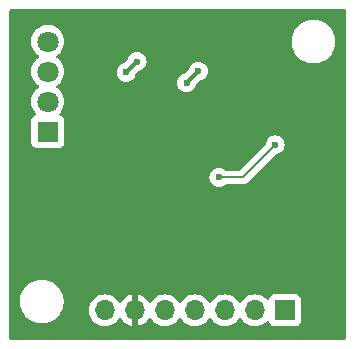
<source format=gbr>
%TF.GenerationSoftware,KiCad,Pcbnew,8.0.4*%
%TF.CreationDate,2024-10-25T14:16:06-05:00*%
%TF.ProjectId,weather-station-rtd,77656174-6865-4722-9d73-746174696f6e,rev?*%
%TF.SameCoordinates,Original*%
%TF.FileFunction,Copper,L2,Bot*%
%TF.FilePolarity,Positive*%
%FSLAX46Y46*%
G04 Gerber Fmt 4.6, Leading zero omitted, Abs format (unit mm)*
G04 Created by KiCad (PCBNEW 8.0.4) date 2024-10-25 14:16:06*
%MOMM*%
%LPD*%
G01*
G04 APERTURE LIST*
%TA.AperFunction,ComponentPad*%
%ADD10R,1.800000X1.800000*%
%TD*%
%TA.AperFunction,ComponentPad*%
%ADD11C,1.800000*%
%TD*%
%TA.AperFunction,ComponentPad*%
%ADD12R,1.700000X1.700000*%
%TD*%
%TA.AperFunction,ComponentPad*%
%ADD13O,1.700000X1.700000*%
%TD*%
%TA.AperFunction,ViaPad*%
%ADD14C,0.600000*%
%TD*%
%TA.AperFunction,Conductor*%
%ADD15C,0.300000*%
%TD*%
%TA.AperFunction,Conductor*%
%ADD16C,0.150000*%
%TD*%
G04 APERTURE END LIST*
D10*
%TO.P,J2,1,1*%
%TO.N,/FORCE-*%
X150500000Y-97870000D03*
D11*
%TO.P,J2,2,2*%
%TO.N,/RTDIN-*%
X150500000Y-95330000D03*
%TO.P,J2,3,3*%
%TO.N,/FORCE+*%
X150500000Y-92790000D03*
%TO.P,J2,4,4*%
%TO.N,/RTDIN+*%
X150500000Y-90250000D03*
%TD*%
D12*
%TO.P,J1,1,Pin_1*%
%TO.N,/IN_SDO*%
X170580000Y-113000000D03*
D13*
%TO.P,J1,2,Pin_2*%
%TO.N,/IN_CS*%
X168040000Y-113000000D03*
%TO.P,J1,3,Pin_3*%
%TO.N,/IN_SCLK*%
X165500000Y-113000000D03*
%TO.P,J1,4,Pin_4*%
%TO.N,/IN_SDI*%
X162960000Y-113000000D03*
%TO.P,J1,5,Pin_5*%
%TO.N,/IN_DRDY*%
X160420000Y-113000000D03*
%TO.P,J1,6,Pin_6*%
%TO.N,GND*%
X157880000Y-113000000D03*
%TO.P,J1,7,Pin_7*%
%TO.N,VIN*%
X155340000Y-113000000D03*
%TD*%
D14*
%TO.N,GND*%
X158750000Y-109750000D03*
X171500000Y-102000000D03*
X162750000Y-98000000D03*
X169925000Y-97750000D03*
X163250000Y-109250000D03*
X153500000Y-108000000D03*
X167500000Y-99750000D03*
X158250000Y-103000000D03*
X165000000Y-89000000D03*
X173250000Y-108500000D03*
%TO.N,/FORCE+*%
X157140380Y-92859620D03*
X158059620Y-91940380D03*
%TO.N,/FORCE2*%
X163250000Y-92750000D03*
X162250000Y-93750000D03*
%TO.N,/IC_DRDY*%
X165000000Y-101750000D03*
X169750000Y-99000000D03*
%TD*%
D15*
%TO.N,/FORCE+*%
X157140380Y-92859620D02*
X158059620Y-91940380D01*
%TO.N,/FORCE2*%
X162250000Y-93750000D02*
X163250000Y-92750000D01*
D16*
%TO.N,/IC_DRDY*%
X167000000Y-101750000D02*
X169750000Y-99000000D01*
X165000000Y-101750000D02*
X167000000Y-101750000D01*
%TD*%
%TA.AperFunction,Conductor*%
%TO.N,GND*%
G36*
X175693039Y-87519685D02*
G01*
X175738794Y-87572489D01*
X175750000Y-87624000D01*
X175750000Y-115350407D01*
X175730315Y-115417446D01*
X175677511Y-115463201D01*
X175666953Y-115467449D01*
X175624332Y-115482362D01*
X175597264Y-115488540D01*
X175517075Y-115497576D01*
X175506921Y-115498720D01*
X175493038Y-115499500D01*
X147506962Y-115499500D01*
X147493078Y-115498720D01*
X147480553Y-115497308D01*
X147402735Y-115488540D01*
X147375666Y-115482362D01*
X147333046Y-115467449D01*
X147276270Y-115426728D01*
X147250522Y-115361775D01*
X147250000Y-115350407D01*
X147250000Y-112128711D01*
X148149500Y-112128711D01*
X148149500Y-112371288D01*
X148181161Y-112611785D01*
X148243947Y-112846104D01*
X148280427Y-112934174D01*
X148336776Y-113070212D01*
X148458064Y-113280289D01*
X148458066Y-113280292D01*
X148458067Y-113280293D01*
X148605733Y-113472736D01*
X148605739Y-113472743D01*
X148777256Y-113644260D01*
X148777263Y-113644266D01*
X148805731Y-113666110D01*
X148969711Y-113791936D01*
X149179788Y-113913224D01*
X149403900Y-114006054D01*
X149638211Y-114068838D01*
X149816638Y-114092328D01*
X149878711Y-114100500D01*
X149878712Y-114100500D01*
X150121289Y-114100500D01*
X150183339Y-114092331D01*
X150361789Y-114068838D01*
X150596100Y-114006054D01*
X150820212Y-113913224D01*
X151030289Y-113791936D01*
X151222738Y-113644265D01*
X151394265Y-113472738D01*
X151541936Y-113280289D01*
X151663224Y-113070212D01*
X151692307Y-112999999D01*
X153984341Y-112999999D01*
X153984341Y-113000000D01*
X154004936Y-113235403D01*
X154004938Y-113235413D01*
X154066094Y-113463655D01*
X154066096Y-113463659D01*
X154066097Y-113463663D01*
X154145801Y-113634588D01*
X154165965Y-113677830D01*
X154165967Y-113677834D01*
X154245860Y-113791932D01*
X154301505Y-113871401D01*
X154468599Y-114038495D01*
X154557151Y-114100500D01*
X154662165Y-114174032D01*
X154662167Y-114174033D01*
X154662170Y-114174035D01*
X154876337Y-114273903D01*
X155104592Y-114335063D01*
X155281034Y-114350500D01*
X155339999Y-114355659D01*
X155340000Y-114355659D01*
X155340001Y-114355659D01*
X155398966Y-114350500D01*
X155575408Y-114335063D01*
X155803663Y-114273903D01*
X156017830Y-114174035D01*
X156211401Y-114038495D01*
X156378495Y-113871401D01*
X156508730Y-113685405D01*
X156563307Y-113641781D01*
X156632805Y-113634587D01*
X156695160Y-113666110D01*
X156711879Y-113685405D01*
X156841890Y-113871078D01*
X157008917Y-114038105D01*
X157202421Y-114173600D01*
X157416507Y-114273429D01*
X157416516Y-114273433D01*
X157630000Y-114330634D01*
X157630000Y-113433012D01*
X157687007Y-113465925D01*
X157814174Y-113500000D01*
X157945826Y-113500000D01*
X158072993Y-113465925D01*
X158130000Y-113433012D01*
X158130000Y-114330633D01*
X158343483Y-114273433D01*
X158343492Y-114273429D01*
X158557578Y-114173600D01*
X158751082Y-114038105D01*
X158918105Y-113871082D01*
X159048119Y-113685405D01*
X159102696Y-113641781D01*
X159172195Y-113634588D01*
X159234549Y-113666110D01*
X159251269Y-113685405D01*
X159381505Y-113871401D01*
X159548599Y-114038495D01*
X159637151Y-114100500D01*
X159742165Y-114174032D01*
X159742167Y-114174033D01*
X159742170Y-114174035D01*
X159956337Y-114273903D01*
X160184592Y-114335063D01*
X160361034Y-114350500D01*
X160419999Y-114355659D01*
X160420000Y-114355659D01*
X160420001Y-114355659D01*
X160478966Y-114350500D01*
X160655408Y-114335063D01*
X160883663Y-114273903D01*
X161097830Y-114174035D01*
X161291401Y-114038495D01*
X161458495Y-113871401D01*
X161588425Y-113685842D01*
X161643002Y-113642217D01*
X161712500Y-113635023D01*
X161774855Y-113666546D01*
X161791575Y-113685842D01*
X161921500Y-113871395D01*
X161921505Y-113871401D01*
X162088599Y-114038495D01*
X162177151Y-114100500D01*
X162282165Y-114174032D01*
X162282167Y-114174033D01*
X162282170Y-114174035D01*
X162496337Y-114273903D01*
X162724592Y-114335063D01*
X162901034Y-114350500D01*
X162959999Y-114355659D01*
X162960000Y-114355659D01*
X162960001Y-114355659D01*
X163018966Y-114350500D01*
X163195408Y-114335063D01*
X163423663Y-114273903D01*
X163637830Y-114174035D01*
X163831401Y-114038495D01*
X163998495Y-113871401D01*
X164128425Y-113685842D01*
X164183002Y-113642217D01*
X164252500Y-113635023D01*
X164314855Y-113666546D01*
X164331575Y-113685842D01*
X164461500Y-113871395D01*
X164461505Y-113871401D01*
X164628599Y-114038495D01*
X164717151Y-114100500D01*
X164822165Y-114174032D01*
X164822167Y-114174033D01*
X164822170Y-114174035D01*
X165036337Y-114273903D01*
X165264592Y-114335063D01*
X165441034Y-114350500D01*
X165499999Y-114355659D01*
X165500000Y-114355659D01*
X165500001Y-114355659D01*
X165558966Y-114350500D01*
X165735408Y-114335063D01*
X165963663Y-114273903D01*
X166177830Y-114174035D01*
X166371401Y-114038495D01*
X166538495Y-113871401D01*
X166668425Y-113685842D01*
X166723002Y-113642217D01*
X166792500Y-113635023D01*
X166854855Y-113666546D01*
X166871575Y-113685842D01*
X167001500Y-113871395D01*
X167001505Y-113871401D01*
X167168599Y-114038495D01*
X167257151Y-114100500D01*
X167362165Y-114174032D01*
X167362167Y-114174033D01*
X167362170Y-114174035D01*
X167576337Y-114273903D01*
X167804592Y-114335063D01*
X167981034Y-114350500D01*
X168039999Y-114355659D01*
X168040000Y-114355659D01*
X168040001Y-114355659D01*
X168098966Y-114350500D01*
X168275408Y-114335063D01*
X168503663Y-114273903D01*
X168717830Y-114174035D01*
X168911401Y-114038495D01*
X169033329Y-113916566D01*
X169094648Y-113883084D01*
X169164340Y-113888068D01*
X169220274Y-113929939D01*
X169237189Y-113960917D01*
X169286202Y-114092328D01*
X169286206Y-114092335D01*
X169372452Y-114207544D01*
X169372455Y-114207547D01*
X169487664Y-114293793D01*
X169487671Y-114293797D01*
X169622517Y-114344091D01*
X169622516Y-114344091D01*
X169629444Y-114344835D01*
X169682127Y-114350500D01*
X171477872Y-114350499D01*
X171537483Y-114344091D01*
X171672331Y-114293796D01*
X171787546Y-114207546D01*
X171873796Y-114092331D01*
X171924091Y-113957483D01*
X171930500Y-113897873D01*
X171930499Y-112102128D01*
X171924091Y-112042517D01*
X171922810Y-112039083D01*
X171873797Y-111907671D01*
X171873793Y-111907664D01*
X171787547Y-111792455D01*
X171787544Y-111792452D01*
X171672335Y-111706206D01*
X171672328Y-111706202D01*
X171537482Y-111655908D01*
X171537483Y-111655908D01*
X171477883Y-111649501D01*
X171477881Y-111649500D01*
X171477873Y-111649500D01*
X171477864Y-111649500D01*
X169682129Y-111649500D01*
X169682123Y-111649501D01*
X169622516Y-111655908D01*
X169487671Y-111706202D01*
X169487664Y-111706206D01*
X169372455Y-111792452D01*
X169372452Y-111792455D01*
X169286206Y-111907664D01*
X169286203Y-111907669D01*
X169237189Y-112039083D01*
X169195317Y-112095016D01*
X169129853Y-112119433D01*
X169061580Y-112104581D01*
X169033326Y-112083430D01*
X168911402Y-111961506D01*
X168911395Y-111961501D01*
X168717834Y-111825967D01*
X168717830Y-111825965D01*
X168717828Y-111825964D01*
X168503663Y-111726097D01*
X168503659Y-111726096D01*
X168503655Y-111726094D01*
X168275413Y-111664938D01*
X168275403Y-111664936D01*
X168040001Y-111644341D01*
X168039999Y-111644341D01*
X167804596Y-111664936D01*
X167804586Y-111664938D01*
X167576344Y-111726094D01*
X167576335Y-111726098D01*
X167362171Y-111825964D01*
X167362169Y-111825965D01*
X167168597Y-111961505D01*
X167001505Y-112128597D01*
X166871575Y-112314158D01*
X166816998Y-112357783D01*
X166747500Y-112364977D01*
X166685145Y-112333454D01*
X166668425Y-112314158D01*
X166538494Y-112128597D01*
X166371402Y-111961506D01*
X166371395Y-111961501D01*
X166177834Y-111825967D01*
X166177830Y-111825965D01*
X166177828Y-111825964D01*
X165963663Y-111726097D01*
X165963659Y-111726096D01*
X165963655Y-111726094D01*
X165735413Y-111664938D01*
X165735403Y-111664936D01*
X165500001Y-111644341D01*
X165499999Y-111644341D01*
X165264596Y-111664936D01*
X165264586Y-111664938D01*
X165036344Y-111726094D01*
X165036335Y-111726098D01*
X164822171Y-111825964D01*
X164822169Y-111825965D01*
X164628597Y-111961505D01*
X164461505Y-112128597D01*
X164331575Y-112314158D01*
X164276998Y-112357783D01*
X164207500Y-112364977D01*
X164145145Y-112333454D01*
X164128425Y-112314158D01*
X163998494Y-112128597D01*
X163831402Y-111961506D01*
X163831395Y-111961501D01*
X163637834Y-111825967D01*
X163637830Y-111825965D01*
X163637828Y-111825964D01*
X163423663Y-111726097D01*
X163423659Y-111726096D01*
X163423655Y-111726094D01*
X163195413Y-111664938D01*
X163195403Y-111664936D01*
X162960001Y-111644341D01*
X162959999Y-111644341D01*
X162724596Y-111664936D01*
X162724586Y-111664938D01*
X162496344Y-111726094D01*
X162496335Y-111726098D01*
X162282171Y-111825964D01*
X162282169Y-111825965D01*
X162088597Y-111961505D01*
X161921505Y-112128597D01*
X161791575Y-112314158D01*
X161736998Y-112357783D01*
X161667500Y-112364977D01*
X161605145Y-112333454D01*
X161588425Y-112314158D01*
X161458494Y-112128597D01*
X161291402Y-111961506D01*
X161291395Y-111961501D01*
X161097834Y-111825967D01*
X161097830Y-111825965D01*
X161097828Y-111825964D01*
X160883663Y-111726097D01*
X160883659Y-111726096D01*
X160883655Y-111726094D01*
X160655413Y-111664938D01*
X160655403Y-111664936D01*
X160420001Y-111644341D01*
X160419999Y-111644341D01*
X160184596Y-111664936D01*
X160184586Y-111664938D01*
X159956344Y-111726094D01*
X159956335Y-111726098D01*
X159742171Y-111825964D01*
X159742169Y-111825965D01*
X159548597Y-111961505D01*
X159381508Y-112128594D01*
X159251269Y-112314595D01*
X159196692Y-112358219D01*
X159127193Y-112365412D01*
X159064839Y-112333890D01*
X159048119Y-112314594D01*
X158918113Y-112128926D01*
X158918108Y-112128920D01*
X158751082Y-111961894D01*
X158557578Y-111826399D01*
X158343492Y-111726570D01*
X158343486Y-111726567D01*
X158130000Y-111669364D01*
X158130000Y-112566988D01*
X158072993Y-112534075D01*
X157945826Y-112500000D01*
X157814174Y-112500000D01*
X157687007Y-112534075D01*
X157630000Y-112566988D01*
X157630000Y-111669364D01*
X157629999Y-111669364D01*
X157416513Y-111726567D01*
X157416507Y-111726570D01*
X157202422Y-111826399D01*
X157202420Y-111826400D01*
X157008926Y-111961886D01*
X157008920Y-111961891D01*
X156841891Y-112128920D01*
X156841890Y-112128922D01*
X156711880Y-112314595D01*
X156657303Y-112358219D01*
X156587804Y-112365412D01*
X156525450Y-112333890D01*
X156508730Y-112314594D01*
X156378494Y-112128597D01*
X156211402Y-111961506D01*
X156211395Y-111961501D01*
X156017834Y-111825967D01*
X156017830Y-111825965D01*
X156017828Y-111825964D01*
X155803663Y-111726097D01*
X155803659Y-111726096D01*
X155803655Y-111726094D01*
X155575413Y-111664938D01*
X155575403Y-111664936D01*
X155340001Y-111644341D01*
X155339999Y-111644341D01*
X155104596Y-111664936D01*
X155104586Y-111664938D01*
X154876344Y-111726094D01*
X154876335Y-111726098D01*
X154662171Y-111825964D01*
X154662169Y-111825965D01*
X154468597Y-111961505D01*
X154301505Y-112128597D01*
X154165965Y-112322169D01*
X154165964Y-112322171D01*
X154066098Y-112536335D01*
X154066094Y-112536344D01*
X154004938Y-112764586D01*
X154004936Y-112764596D01*
X153984341Y-112999999D01*
X151692307Y-112999999D01*
X151756054Y-112846100D01*
X151818838Y-112611789D01*
X151850500Y-112371288D01*
X151850500Y-112128712D01*
X151850484Y-112128594D01*
X151828487Y-111961505D01*
X151818838Y-111888211D01*
X151756054Y-111653900D01*
X151754231Y-111649500D01*
X151663226Y-111429794D01*
X151663224Y-111429788D01*
X151541936Y-111219711D01*
X151394265Y-111027262D01*
X151394260Y-111027256D01*
X151222743Y-110855739D01*
X151222736Y-110855733D01*
X151030293Y-110708067D01*
X151030292Y-110708066D01*
X151030289Y-110708064D01*
X150820212Y-110586776D01*
X150820205Y-110586773D01*
X150596104Y-110493947D01*
X150361785Y-110431161D01*
X150121289Y-110399500D01*
X150121288Y-110399500D01*
X149878712Y-110399500D01*
X149878711Y-110399500D01*
X149638214Y-110431161D01*
X149403895Y-110493947D01*
X149179794Y-110586773D01*
X149179785Y-110586777D01*
X148969706Y-110708067D01*
X148777263Y-110855733D01*
X148777256Y-110855739D01*
X148605739Y-111027256D01*
X148605733Y-111027263D01*
X148458067Y-111219706D01*
X148336777Y-111429785D01*
X148336773Y-111429794D01*
X148243947Y-111653895D01*
X148181161Y-111888214D01*
X148149500Y-112128711D01*
X147250000Y-112128711D01*
X147250000Y-101749996D01*
X164194435Y-101749996D01*
X164194435Y-101750003D01*
X164214630Y-101929249D01*
X164214631Y-101929254D01*
X164274211Y-102099523D01*
X164370184Y-102252262D01*
X164497738Y-102379816D01*
X164650478Y-102475789D01*
X164820745Y-102535368D01*
X164820750Y-102535369D01*
X164999996Y-102555565D01*
X165000000Y-102555565D01*
X165000004Y-102555565D01*
X165179249Y-102535369D01*
X165179252Y-102535368D01*
X165179255Y-102535368D01*
X165349522Y-102475789D01*
X165502262Y-102379816D01*
X165520259Y-102361819D01*
X165581582Y-102328334D01*
X165607940Y-102325500D01*
X167075764Y-102325500D01*
X167075766Y-102325500D01*
X167222135Y-102286281D01*
X167353365Y-102210515D01*
X169728690Y-99835188D01*
X169790011Y-99801705D01*
X169802483Y-99799651D01*
X169827210Y-99796865D01*
X169929250Y-99785369D01*
X169929253Y-99785368D01*
X169929255Y-99785368D01*
X170099522Y-99725789D01*
X170252262Y-99629816D01*
X170379816Y-99502262D01*
X170475789Y-99349522D01*
X170535368Y-99179255D01*
X170541194Y-99127546D01*
X170555565Y-99000003D01*
X170555565Y-98999996D01*
X170535369Y-98820750D01*
X170535368Y-98820745D01*
X170475788Y-98650476D01*
X170379815Y-98497737D01*
X170252262Y-98370184D01*
X170099523Y-98274211D01*
X169929254Y-98214631D01*
X169929249Y-98214630D01*
X169750004Y-98194435D01*
X169749996Y-98194435D01*
X169570750Y-98214630D01*
X169570745Y-98214631D01*
X169400476Y-98274211D01*
X169247737Y-98370184D01*
X169120184Y-98497737D01*
X169024210Y-98650478D01*
X168964630Y-98820750D01*
X168950347Y-98947513D01*
X168923280Y-99011927D01*
X168914808Y-99021310D01*
X166797939Y-101138181D01*
X166736616Y-101171666D01*
X166710258Y-101174500D01*
X165607940Y-101174500D01*
X165540901Y-101154815D01*
X165520259Y-101138181D01*
X165502262Y-101120184D01*
X165349523Y-101024211D01*
X165179254Y-100964631D01*
X165179249Y-100964630D01*
X165000004Y-100944435D01*
X164999996Y-100944435D01*
X164820750Y-100964630D01*
X164820745Y-100964631D01*
X164650476Y-101024211D01*
X164497737Y-101120184D01*
X164370184Y-101247737D01*
X164274211Y-101400476D01*
X164214631Y-101570745D01*
X164214630Y-101570750D01*
X164194435Y-101749996D01*
X147250000Y-101749996D01*
X147250000Y-90249993D01*
X149094700Y-90249993D01*
X149094700Y-90250006D01*
X149113864Y-90481297D01*
X149113866Y-90481308D01*
X149170842Y-90706300D01*
X149264075Y-90918848D01*
X149391016Y-91113147D01*
X149391019Y-91113151D01*
X149391021Y-91113153D01*
X149548216Y-91283913D01*
X149548219Y-91283915D01*
X149548222Y-91283918D01*
X149725818Y-91422147D01*
X149766631Y-91478857D01*
X149770306Y-91548630D01*
X149735674Y-91609313D01*
X149725818Y-91617853D01*
X149548222Y-91756081D01*
X149548219Y-91756084D01*
X149548216Y-91756086D01*
X149548216Y-91756087D01*
X149515215Y-91791936D01*
X149391016Y-91926852D01*
X149264075Y-92121151D01*
X149170842Y-92333699D01*
X149113866Y-92558691D01*
X149113864Y-92558702D01*
X149094700Y-92789993D01*
X149094700Y-92790006D01*
X149113864Y-93021297D01*
X149113866Y-93021308D01*
X149170842Y-93246300D01*
X149264075Y-93458848D01*
X149391016Y-93653147D01*
X149391019Y-93653151D01*
X149391021Y-93653153D01*
X149548216Y-93823913D01*
X149548219Y-93823915D01*
X149548222Y-93823918D01*
X149725818Y-93962147D01*
X149766631Y-94018857D01*
X149770306Y-94088630D01*
X149735674Y-94149313D01*
X149725818Y-94157853D01*
X149548222Y-94296081D01*
X149548219Y-94296084D01*
X149391016Y-94466852D01*
X149264075Y-94661151D01*
X149170842Y-94873699D01*
X149113866Y-95098691D01*
X149113864Y-95098702D01*
X149094700Y-95329993D01*
X149094700Y-95330006D01*
X149113864Y-95561297D01*
X149113866Y-95561308D01*
X149170842Y-95786300D01*
X149264075Y-95998848D01*
X149391016Y-96193147D01*
X149391019Y-96193151D01*
X149391021Y-96193153D01*
X149485803Y-96296114D01*
X149516724Y-96358767D01*
X149508864Y-96428193D01*
X149464716Y-96482348D01*
X149437906Y-96496277D01*
X149357669Y-96526203D01*
X149357664Y-96526206D01*
X149242455Y-96612452D01*
X149242452Y-96612455D01*
X149156206Y-96727664D01*
X149156202Y-96727671D01*
X149105908Y-96862517D01*
X149099501Y-96922116D01*
X149099501Y-96922123D01*
X149099500Y-96922135D01*
X149099500Y-98817870D01*
X149099501Y-98817876D01*
X149105908Y-98877483D01*
X149156202Y-99012328D01*
X149156206Y-99012335D01*
X149242452Y-99127544D01*
X149242455Y-99127547D01*
X149357664Y-99213793D01*
X149357671Y-99213797D01*
X149492517Y-99264091D01*
X149492516Y-99264091D01*
X149499444Y-99264835D01*
X149552127Y-99270500D01*
X151447872Y-99270499D01*
X151507483Y-99264091D01*
X151642331Y-99213796D01*
X151757546Y-99127546D01*
X151843796Y-99012331D01*
X151894091Y-98877483D01*
X151900500Y-98817873D01*
X151900499Y-96922128D01*
X151894091Y-96862517D01*
X151843796Y-96727669D01*
X151843795Y-96727668D01*
X151843793Y-96727664D01*
X151757547Y-96612455D01*
X151757544Y-96612452D01*
X151642335Y-96526206D01*
X151642328Y-96526202D01*
X151562094Y-96496277D01*
X151506160Y-96454406D01*
X151481743Y-96388941D01*
X151496595Y-96320668D01*
X151514190Y-96296121D01*
X151608979Y-96193153D01*
X151735924Y-95998849D01*
X151829157Y-95786300D01*
X151886134Y-95561305D01*
X151905300Y-95330000D01*
X151905300Y-95329993D01*
X151886135Y-95098702D01*
X151886133Y-95098691D01*
X151829157Y-94873699D01*
X151735924Y-94661151D01*
X151608983Y-94466852D01*
X151608980Y-94466849D01*
X151608979Y-94466847D01*
X151451784Y-94296087D01*
X151274180Y-94157853D01*
X151233368Y-94101143D01*
X151229693Y-94031370D01*
X151264324Y-93970687D01*
X151274181Y-93962146D01*
X151451784Y-93823913D01*
X151519829Y-93749996D01*
X161444435Y-93749996D01*
X161444435Y-93750003D01*
X161464630Y-93929249D01*
X161464631Y-93929254D01*
X161524211Y-94099523D01*
X161560863Y-94157854D01*
X161620184Y-94252262D01*
X161747738Y-94379816D01*
X161900478Y-94475789D01*
X162070745Y-94535368D01*
X162070750Y-94535369D01*
X162249996Y-94555565D01*
X162250000Y-94555565D01*
X162250004Y-94555565D01*
X162429249Y-94535369D01*
X162429252Y-94535368D01*
X162429255Y-94535368D01*
X162599522Y-94475789D01*
X162752262Y-94379816D01*
X162879816Y-94252262D01*
X162975789Y-94099522D01*
X163035368Y-93929255D01*
X163036182Y-93922025D01*
X163063245Y-93857611D01*
X163071712Y-93848232D01*
X163348224Y-93571720D01*
X163409545Y-93538237D01*
X163422019Y-93536183D01*
X163429255Y-93535368D01*
X163599522Y-93475789D01*
X163752262Y-93379816D01*
X163879816Y-93252262D01*
X163975789Y-93099522D01*
X164035368Y-92929255D01*
X164035369Y-92929249D01*
X164055565Y-92750003D01*
X164055565Y-92749996D01*
X164035369Y-92570750D01*
X164035368Y-92570745D01*
X163975788Y-92400476D01*
X163879815Y-92247737D01*
X163752262Y-92120184D01*
X163599523Y-92024211D01*
X163429254Y-91964631D01*
X163429249Y-91964630D01*
X163250004Y-91944435D01*
X163249996Y-91944435D01*
X163070750Y-91964630D01*
X163070745Y-91964631D01*
X162900476Y-92024211D01*
X162747737Y-92120184D01*
X162620184Y-92247737D01*
X162524210Y-92400478D01*
X162464632Y-92570744D01*
X162464630Y-92570752D01*
X162463815Y-92577988D01*
X162436743Y-92642400D01*
X162428277Y-92651775D01*
X162151775Y-92928277D01*
X162090452Y-92961762D01*
X162077988Y-92963815D01*
X162070752Y-92964630D01*
X162070744Y-92964632D01*
X161900478Y-93024210D01*
X161747737Y-93120184D01*
X161620184Y-93247737D01*
X161524211Y-93400476D01*
X161464631Y-93570745D01*
X161464630Y-93570750D01*
X161444435Y-93749996D01*
X151519829Y-93749996D01*
X151608979Y-93653153D01*
X151614314Y-93644988D01*
X151662180Y-93571722D01*
X151735924Y-93458849D01*
X151829157Y-93246300D01*
X151886134Y-93021305D01*
X151886135Y-93021297D01*
X151899532Y-92859616D01*
X156334815Y-92859616D01*
X156334815Y-92859623D01*
X156355010Y-93038869D01*
X156355011Y-93038874D01*
X156414591Y-93209143D01*
X156438842Y-93247738D01*
X156510564Y-93361882D01*
X156638118Y-93489436D01*
X156790858Y-93585409D01*
X156961125Y-93644988D01*
X156961130Y-93644989D01*
X157140376Y-93665185D01*
X157140380Y-93665185D01*
X157140384Y-93665185D01*
X157319629Y-93644989D01*
X157319632Y-93644988D01*
X157319635Y-93644988D01*
X157489902Y-93585409D01*
X157642642Y-93489436D01*
X157770196Y-93361882D01*
X157866169Y-93209142D01*
X157925748Y-93038875D01*
X157926562Y-93031645D01*
X157953625Y-92967231D01*
X157962092Y-92957852D01*
X158157844Y-92762100D01*
X158219165Y-92728617D01*
X158231639Y-92726563D01*
X158238875Y-92725748D01*
X158409142Y-92666169D01*
X158561882Y-92570196D01*
X158689436Y-92442642D01*
X158785409Y-92289902D01*
X158844988Y-92119635D01*
X158847144Y-92100500D01*
X158865185Y-91940383D01*
X158865185Y-91940376D01*
X158844989Y-91761130D01*
X158844988Y-91761125D01*
X158793342Y-91613530D01*
X158785409Y-91590858D01*
X158689436Y-91438118D01*
X158561882Y-91310564D01*
X158519475Y-91283918D01*
X158409143Y-91214591D01*
X158238874Y-91155011D01*
X158238869Y-91155010D01*
X158059624Y-91134815D01*
X158059616Y-91134815D01*
X157880370Y-91155010D01*
X157880365Y-91155011D01*
X157710096Y-91214591D01*
X157557357Y-91310564D01*
X157429804Y-91438117D01*
X157333830Y-91590858D01*
X157274252Y-91761124D01*
X157274250Y-91761132D01*
X157273435Y-91768368D01*
X157246363Y-91832780D01*
X157237897Y-91842155D01*
X157042155Y-92037897D01*
X156980832Y-92071382D01*
X156968368Y-92073435D01*
X156961132Y-92074250D01*
X156961124Y-92074252D01*
X156790858Y-92133830D01*
X156638117Y-92229804D01*
X156510564Y-92357357D01*
X156414591Y-92510096D01*
X156355011Y-92680365D01*
X156355010Y-92680370D01*
X156334815Y-92859616D01*
X151899532Y-92859616D01*
X151905300Y-92790006D01*
X151905300Y-92789993D01*
X151886135Y-92558702D01*
X151886133Y-92558691D01*
X151829157Y-92333699D01*
X151735924Y-92121151D01*
X151608983Y-91926852D01*
X151608980Y-91926849D01*
X151608979Y-91926847D01*
X151451784Y-91756087D01*
X151274180Y-91617853D01*
X151233368Y-91561143D01*
X151229693Y-91491370D01*
X151264324Y-91430687D01*
X151274181Y-91422146D01*
X151451784Y-91283913D01*
X151608979Y-91113153D01*
X151735924Y-90918849D01*
X151829157Y-90706300D01*
X151886134Y-90481305D01*
X151905300Y-90250000D01*
X151905300Y-90249993D01*
X151895250Y-90128711D01*
X171149500Y-90128711D01*
X171149500Y-90371288D01*
X171181161Y-90611785D01*
X171243947Y-90846104D01*
X171336773Y-91070205D01*
X171336776Y-91070212D01*
X171458064Y-91280289D01*
X171458066Y-91280292D01*
X171458067Y-91280293D01*
X171605733Y-91472736D01*
X171605739Y-91472743D01*
X171777256Y-91644260D01*
X171777262Y-91644265D01*
X171969711Y-91791936D01*
X172179788Y-91913224D01*
X172403900Y-92006054D01*
X172638211Y-92068838D01*
X172818586Y-92092584D01*
X172878711Y-92100500D01*
X172878712Y-92100500D01*
X173121289Y-92100500D01*
X173169388Y-92094167D01*
X173361789Y-92068838D01*
X173596100Y-92006054D01*
X173820212Y-91913224D01*
X174030289Y-91791936D01*
X174222738Y-91644265D01*
X174394265Y-91472738D01*
X174541936Y-91280289D01*
X174663224Y-91070212D01*
X174756054Y-90846100D01*
X174818838Y-90611789D01*
X174850500Y-90371288D01*
X174850500Y-90128712D01*
X174818838Y-89888211D01*
X174756054Y-89653900D01*
X174663224Y-89429788D01*
X174541936Y-89219711D01*
X174481018Y-89140321D01*
X174394266Y-89027263D01*
X174394260Y-89027256D01*
X174222743Y-88855739D01*
X174222736Y-88855733D01*
X174030293Y-88708067D01*
X174030292Y-88708066D01*
X174030289Y-88708064D01*
X173820212Y-88586776D01*
X173820205Y-88586773D01*
X173596104Y-88493947D01*
X173361785Y-88431161D01*
X173121289Y-88399500D01*
X173121288Y-88399500D01*
X172878712Y-88399500D01*
X172878711Y-88399500D01*
X172638214Y-88431161D01*
X172403895Y-88493947D01*
X172179794Y-88586773D01*
X172179785Y-88586777D01*
X171969706Y-88708067D01*
X171777263Y-88855733D01*
X171777256Y-88855739D01*
X171605739Y-89027256D01*
X171605733Y-89027263D01*
X171458067Y-89219706D01*
X171336777Y-89429785D01*
X171336773Y-89429794D01*
X171243947Y-89653895D01*
X171181161Y-89888214D01*
X171149500Y-90128711D01*
X151895250Y-90128711D01*
X151886135Y-90018702D01*
X151886133Y-90018691D01*
X151829157Y-89793699D01*
X151735924Y-89581151D01*
X151608983Y-89386852D01*
X151608980Y-89386849D01*
X151608979Y-89386847D01*
X151451784Y-89216087D01*
X151451779Y-89216083D01*
X151451777Y-89216081D01*
X151268634Y-89073535D01*
X151268628Y-89073531D01*
X151064504Y-88963064D01*
X151064495Y-88963061D01*
X150844984Y-88887702D01*
X150653401Y-88855733D01*
X150616049Y-88849500D01*
X150383951Y-88849500D01*
X150346599Y-88855733D01*
X150155015Y-88887702D01*
X149935504Y-88963061D01*
X149935495Y-88963064D01*
X149731371Y-89073531D01*
X149731365Y-89073535D01*
X149548222Y-89216081D01*
X149548219Y-89216084D01*
X149548216Y-89216086D01*
X149548216Y-89216087D01*
X149544880Y-89219711D01*
X149391016Y-89386852D01*
X149264075Y-89581151D01*
X149170842Y-89793699D01*
X149113866Y-90018691D01*
X149113864Y-90018702D01*
X149094700Y-90249993D01*
X147250000Y-90249993D01*
X147250000Y-87624000D01*
X147269685Y-87556961D01*
X147322489Y-87511206D01*
X147374000Y-87500000D01*
X175626000Y-87500000D01*
X175693039Y-87519685D01*
G37*
%TD.AperFunction*%
%TD*%
M02*

</source>
